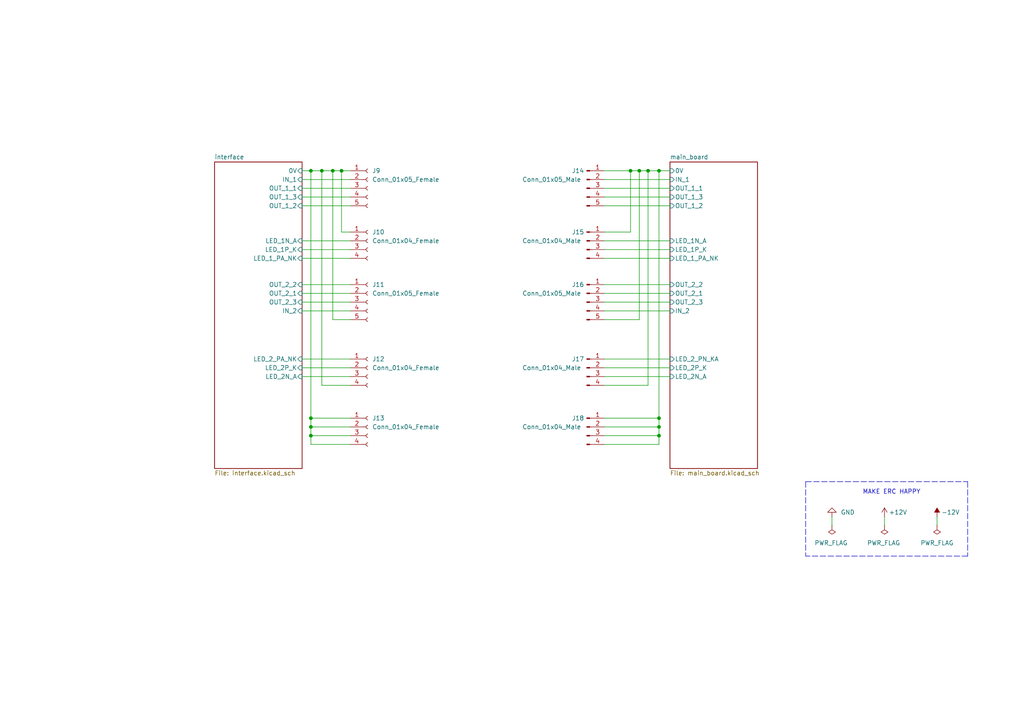
<source format=kicad_sch>
(kicad_sch (version 20211123) (generator eeschema)
  (paper "A4")
  (title_block (title "4201 Multiples") (company "Butch Warns"))
  (lib_symbols
    (symbol "4ms_Power-symbol:PWR_FLAG" (power) (pin_numbers hide) (pin_names (offset 0) hide)
      (property "Value" "PWR_FLAG" (at 0 3.81 0))
      (symbol "PWR_FLAG_0_0"
        (pin power_out line (at 0 0 90) (length 0) (name "pwr") (number "1"))
      )
      (symbol "PWR_FLAG_0_1"
        (polyline (pts (xy 0 0) (xy 0 1.27) (xy -1.016 1.905) (xy 0 2.54) (xy 1.016 1.905) (xy 0 1.27)))
      )
    )
    (symbol "Connector:Conn_01x04_Female" (pin_names (offset 1.016) hide)
      (property "Reference" "J" (at 0 5.08 0))
      (property "Value" "Conn_01x04_Female" (at 0 -7.62 0))
      (symbol "Conn_01x04_Female_1_1"
        (arc (start 0 -4.572) (mid -0.508 -5.08) (end 0 -5.588) (stroke (width 0.1524)))
        (arc (start 0 -2.032) (mid -0.508 -2.54) (end 0 -3.048) (stroke (width 0.1524)))
        (polyline (pts (xy -1.27 -5.08) (xy -0.508 -5.08)) (stroke (width 0.1524)))
        (polyline (pts (xy -1.27 -2.54) (xy -0.508 -2.54)) (stroke (width 0.1524)))
        (polyline (pts (xy -1.27 0) (xy -0.508 0)) (stroke (width 0.1524)))
        (polyline (pts (xy -1.27 2.54) (xy -0.508 2.54)) (stroke (width 0.1524)))
        (arc (start 0 0.508) (mid -0.508 0) (end 0 -0.508) (stroke (width 0.1524)))
        (arc (start 0 3.048) (mid -0.508 2.54) (end 0 2.032) (stroke (width 0.1524)))
        (pin passive line (at -5.08 2.54 0) (length 3.81) (name "Pin_1") (number "1"))
        (pin passive line (at -5.08 0 0) (length 3.81) (name "Pin_2") (number "2"))
        (pin passive line (at -5.08 -2.54 0) (length 3.81) (name "Pin_3") (number "3"))
        (pin passive line (at -5.08 -5.08 0) (length 3.81) (name "Pin_4") (number "4"))
      )
    )
    (symbol "Connector:Conn_01x04_Male" (pin_names (offset 1.016) hide)
      (property "Reference" "J" (at 0 5.08 0))
      (property "Value" "Conn_01x04_Male" (at 0 -7.62 0))
      (symbol "Conn_01x04_Male_1_1"
        (polyline (pts (xy 1.27 -5.08) (xy 0.8636 -5.08)) (stroke (width 0.1524)))
        (polyline (pts (xy 1.27 -2.54) (xy 0.8636 -2.54)) (stroke (width 0.1524)))
        (polyline (pts (xy 1.27 0) (xy 0.8636 0)) (stroke (width 0.1524)))
        (polyline (pts (xy 1.27 2.54) (xy 0.8636 2.54)) (stroke (width 0.1524)))
        (rectangle (start 0.8636 -4.953) (end 0 -5.207) (stroke (width 0.1524)) (fill (type outline)))
        (rectangle (start 0.8636 -2.413) (end 0 -2.667) (stroke (width 0.1524)) (fill (type outline)))
        (rectangle (start 0.8636 0.127) (end 0 -0.127) (stroke (width 0.1524)) (fill (type outline)))
        (rectangle (start 0.8636 2.667) (end 0 2.413) (stroke (width 0.1524)) (fill (type outline)))
        (pin passive line (at 5.08 2.54 180) (length 3.81) (name "Pin_1") (number "1"))
        (pin passive line (at 5.08 0 180) (length 3.81) (name "Pin_2") (number "2"))
        (pin passive line (at 5.08 -2.54 180) (length 3.81) (name "Pin_3") (number "3"))
        (pin passive line (at 5.08 -5.08 180) (length 3.81) (name "Pin_4") (number "4"))
      )
    )
    (symbol "Connector:Conn_01x05_Female" (pin_names (offset 1.016) hide)
      (property "Reference" "J" (at 0 7.62 0))
      (property "Value" "Conn_01x05_Female" (at 0 -7.62 0))
      (symbol "Conn_01x05_Female_1_1"
        (arc (start 0 -4.572) (mid -0.508 -5.08) (end 0 -5.588) (stroke (width 0.1524)))
        (arc (start 0 -2.032) (mid -0.508 -2.54) (end 0 -3.048) (stroke (width 0.1524)))
        (polyline (pts (xy -1.27 -5.08) (xy -0.508 -5.08)) (stroke (width 0.1524)))
        (polyline (pts (xy -1.27 -2.54) (xy -0.508 -2.54)) (stroke (width 0.1524)))
        (polyline (pts (xy -1.27 0) (xy -0.508 0)) (stroke (width 0.1524)))
        (polyline (pts (xy -1.27 2.54) (xy -0.508 2.54)) (stroke (width 0.1524)))
        (polyline (pts (xy -1.27 5.08) (xy -0.508 5.08)) (stroke (width 0.1524)))
        (arc (start 0 0.508) (mid -0.508 0) (end 0 -0.508) (stroke (width 0.1524)))
        (arc (start 0 3.048) (mid -0.508 2.54) (end 0 2.032) (stroke (width 0.1524)))
        (arc (start 0 5.588) (mid -0.508 5.08) (end 0 4.572) (stroke (width 0.1524)))
        (pin passive line (at -5.08 5.08 0) (length 3.81) (name "Pin_1") (number "1"))
        (pin passive line (at -5.08 2.54 0) (length 3.81) (name "Pin_2") (number "2"))
        (pin passive line (at -5.08 0 0) (length 3.81) (name "Pin_3") (number "3"))
        (pin passive line (at -5.08 -2.54 0) (length 3.81) (name "Pin_4") (number "4"))
        (pin passive line (at -5.08 -5.08 0) (length 3.81) (name "Pin_5") (number "5"))
      )
    )
    (symbol "Connector:Conn_01x05_Male" (pin_names (offset 1.016) hide)
      (property "Reference" "J" (at 0 7.62 0))
      (property "Value" "Conn_01x05_Male" (at 0 -7.62 0))
      (symbol "Conn_01x05_Male_1_1"
        (polyline (pts (xy 1.27 -5.08) (xy 0.8636 -5.08)) (stroke (width 0.1524)))
        (polyline (pts (xy 1.27 -2.54) (xy 0.8636 -2.54)) (stroke (width 0.1524)))
        (polyline (pts (xy 1.27 0) (xy 0.8636 0)) (stroke (width 0.1524)))
        (polyline (pts (xy 1.27 2.54) (xy 0.8636 2.54)) (stroke (width 0.1524)))
        (polyline (pts (xy 1.27 5.08) (xy 0.8636 5.08)) (stroke (width 0.1524)))
        (rectangle (start 0.8636 -4.953) (end 0 -5.207) (stroke (width 0.1524)) (fill (type outline)))
        (rectangle (start 0.8636 -2.413) (end 0 -2.667) (stroke (width 0.1524)) (fill (type outline)))
        (rectangle (start 0.8636 0.127) (end 0 -0.127) (stroke (width 0.1524)) (fill (type outline)))
        (rectangle (start 0.8636 2.667) (end 0 2.413) (stroke (width 0.1524)) (fill (type outline)))
        (rectangle (start 0.8636 5.207) (end 0 4.953) (stroke (width 0.1524)) (fill (type outline)))
        (pin passive line (at 5.08 5.08 180) (length 3.81) (name "Pin_1") (number "1"))
        (pin passive line (at 5.08 2.54 180) (length 3.81) (name "Pin_2") (number "2"))
        (pin passive line (at 5.08 0 180) (length 3.81) (name "Pin_3") (number "3"))
        (pin passive line (at 5.08 -2.54 180) (length 3.81) (name "Pin_4") (number "4"))
        (pin passive line (at 5.08 -5.08 180) (length 3.81) (name "Pin_5") (number "5"))
      )
    )
    (symbol "power:+12V" (power) (pin_names (offset 0))
      (property "Value" "+12V" (at 0 3.556 0))
      (symbol "+12V_0_1"
        (polyline (pts (xy -0.762 1.27) (xy 0 2.54)))
        (polyline (pts (xy 0 0) (xy 0 2.54)))
        (polyline (pts (xy 0 2.54) (xy 0.762 1.27)))
      )
      (symbol "+12V_1_1"
        (pin power_in line (at 0 0 90) (length 0) hide (name "+12V") (number "1"))
      )
    )
    (symbol "power:-12V" (power) (pin_names (offset 0))
      (property "Value" "-12V" (at 0 3.81 0))
      (symbol "-12V_0_0"
        (pin power_in line (at 0 0 90) (length 0) hide (name "-12V") (number "1"))
      )
      (symbol "-12V_0_1"
        (polyline (pts (xy 0 0) (xy 0 1.27) (xy 0.762 1.27) (xy 0 2.54) (xy -0.762 1.27) (xy 0 1.27)) (fill (type outline)))
      )
    )
    (symbol "power:GND" (power) (pin_names (offset 0))
      (property "Value" "GND" (at 0 -3.81 0))
      (symbol "GND_0_1"
        (polyline (pts (xy 0 0) (xy 0 -1.27) (xy 1.27 -1.27) (xy 0 -2.54) (xy -1.27 -1.27) (xy 0 -1.27)))
      )
      (symbol "GND_1_1"
        (pin power_in line (at 0 0 270) (length 0) hide (name "GND") (number "1"))
      )
    )
  )
  (junction (at 96.52 49.53))
  (junction (at 191.135 121.285))
  (junction (at 187.96 49.53))
  (junction (at 191.135 123.825))
  (junction (at 90.17 121.285))
  (junction (at 191.135 126.365))
  (junction (at 182.88 49.53))
  (junction (at 99.06 49.53))
  (junction (at 191.135 49.53))
  (junction (at 185.42 49.53))
  (junction (at 90.17 126.365))
  (junction (at 93.345 49.53))
  (junction (at 90.17 49.53))
  (junction (at 90.17 123.825))
  (wire (pts (xy 191.135 121.285) (xy 191.135 123.825)))
  (wire (pts (xy 182.88 49.53) (xy 182.88 67.31)))
  (polyline (pts (xy 280.67 139.7) (xy 280.67 161.29)))
  (wire (pts (xy 87.63 85.09) (xy 101.6 85.09)))
  (wire (pts (xy 175.26 54.61) (xy 194.31 54.61)))
  (wire (pts (xy 175.26 82.55) (xy 194.31 82.55)))
  (wire (pts (xy 175.26 104.14) (xy 194.31 104.14)))
  (wire (pts (xy 175.26 69.85) (xy 194.31 69.85)))
  (wire (pts (xy 87.63 106.68) (xy 101.6 106.68)))
  (wire (pts (xy 175.26 90.17) (xy 194.31 90.17)))
  (wire (pts (xy 87.63 82.55) (xy 101.6 82.55)))
  (wire (pts (xy 175.26 128.905) (xy 191.135 128.905)))
  (wire (pts (xy 90.17 49.53) (xy 90.17 121.285)))
  (wire (pts (xy 175.26 111.76) (xy 187.96 111.76)))
  (wire (pts (xy 101.6 123.825) (xy 90.17 123.825)))
  (wire (pts (xy 99.06 49.53) (xy 101.6 49.53)))
  (wire (pts (xy 101.6 67.31) (xy 99.06 67.31)))
  (wire (pts (xy 90.17 128.905) (xy 90.17 126.365)))
  (wire (pts (xy 87.63 59.69) (xy 101.6 59.69)))
  (wire (pts (xy 87.63 109.22) (xy 101.6 109.22)))
  (wire (pts (xy 96.52 49.53) (xy 99.06 49.53)))
  (polyline (pts (xy 233.68 139.7) (xy 280.67 139.7)))
  (wire (pts (xy 96.52 92.71) (xy 101.6 92.71)))
  (wire (pts (xy 87.63 49.53) (xy 90.17 49.53)))
  (wire (pts (xy 187.96 49.53) (xy 187.96 111.76)))
  (wire (pts (xy 182.88 49.53) (xy 185.42 49.53)))
  (wire (pts (xy 175.26 72.39) (xy 194.31 72.39)))
  (wire (pts (xy 90.17 49.53) (xy 93.345 49.53)))
  (wire (pts (xy 87.63 74.93) (xy 101.6 74.93)))
  (wire (pts (xy 175.26 109.22) (xy 194.31 109.22)))
  (wire (pts (xy 87.63 72.39) (xy 101.6 72.39)))
  (wire (pts (xy 87.63 52.07) (xy 101.6 52.07)))
  (wire (pts (xy 191.135 49.53) (xy 194.31 49.53)))
  (wire (pts (xy 175.26 123.825) (xy 191.135 123.825)))
  (wire (pts (xy 87.63 57.15) (xy 101.6 57.15)))
  (wire (pts (xy 185.42 49.53) (xy 187.96 49.53)))
  (wire (pts (xy 191.135 123.825) (xy 191.135 126.365)))
  (wire (pts (xy 175.26 85.09) (xy 194.31 85.09)))
  (wire (pts (xy 191.135 126.365) (xy 191.135 128.905)))
  (wire (pts (xy 256.54 149.86) (xy 256.54 152.4)))
  (wire (pts (xy 87.63 90.17) (xy 101.6 90.17)))
  (wire (pts (xy 191.135 121.285) (xy 175.26 121.285)))
  (wire (pts (xy 187.96 49.53) (xy 191.135 49.53)))
  (wire (pts (xy 101.6 126.365) (xy 90.17 126.365)))
  (wire (pts (xy 93.345 49.53) (xy 96.52 49.53)))
  (wire (pts (xy 175.26 52.07) (xy 194.31 52.07)))
  (wire (pts (xy 175.26 92.71) (xy 185.42 92.71)))
  (wire (pts (xy 90.17 126.365) (xy 90.17 123.825)))
  (wire (pts (xy 175.26 57.15) (xy 194.31 57.15)))
  (wire (pts (xy 93.345 111.76) (xy 101.6 111.76)))
  (wire (pts (xy 96.52 49.53) (xy 96.52 92.71)))
  (wire (pts (xy 175.26 49.53) (xy 182.88 49.53)))
  (wire (pts (xy 191.135 49.53) (xy 191.135 121.285)))
  (wire (pts (xy 241.3 149.86) (xy 241.3 152.4)))
  (wire (pts (xy 271.78 152.4) (xy 271.78 149.86)))
  (wire (pts (xy 90.17 121.285) (xy 101.6 121.285)))
  (polyline (pts (xy 280.67 161.29) (xy 233.68 161.29)))
  (wire (pts (xy 90.17 123.825) (xy 90.17 121.285)))
  (wire (pts (xy 175.26 59.69) (xy 194.31 59.69)))
  (wire (pts (xy 175.26 106.68) (xy 194.31 106.68)))
  (wire (pts (xy 182.88 67.31) (xy 175.26 67.31)))
  (wire (pts (xy 87.63 104.14) (xy 101.6 104.14)))
  (wire (pts (xy 87.63 54.61) (xy 101.6 54.61)))
  (polyline (pts (xy 233.68 139.7) (xy 233.68 161.29)))
  (wire (pts (xy 87.63 69.85) (xy 101.6 69.85)))
  (wire (pts (xy 87.63 87.63) (xy 101.6 87.63)))
  (wire (pts (xy 175.26 87.63) (xy 194.31 87.63)))
  (wire (pts (xy 93.345 49.53) (xy 93.345 111.76)))
  (wire (pts (xy 185.42 49.53) (xy 185.42 92.71)))
  (wire (pts (xy 99.06 67.31) (xy 99.06 49.53)))
  (wire (pts (xy 175.26 126.365) (xy 191.135 126.365)))
  (wire (pts (xy 175.26 74.93) (xy 194.31 74.93)))
  (wire (pts (xy 101.6 128.905) (xy 90.17 128.905)))
  (text "MAKE ERC HAPPY" (at 250.19 143.51 0) (effects (font (size 1.27 1.27)) (justify left bottom)))
  (symbol (lib_id "Connector:Conn_01x04_Female") (at 106.68 106.68 0) (unit 1)
    (property "Reference" "J12" (at 107.95 104.14 0) (effects (justify left)))
    (property "Value" "Conn_01x04_Female" (at 107.95 106.68 0) (effects (justify left)))
    (property "Footprint" "Connector_PinSocket_2.54mm:PinSocket_1x04_P2.54mm_Vertical" (effects hide))
  )
  (symbol (lib_id "power:-12V") (at 271.78 149.86 0) (unit 1)
    (property "Reference" "#PWR0101" (effects hide))
    (property "Value" "-12V" (at 273.05 148.59 0) (effects (justify left)))
  )
  (symbol (lib_id "4ms_Power-symbol:PWR_FLAG") (at 256.54 152.4 180) (unit 1)
    (property "Reference" "#FLG0101" (effects hide))
    (property "Value" "PWR_FLAG" (at 251.46 157.48 0) (effects (justify right)))
  )
  (symbol (lib_id "Connector:Conn_01x05_Male") (at 170.18 54.61 0) (unit 1)
    (property "Reference" "J14" (at 167.64 49.53 0))
    (property "Value" "Conn_01x05_Male" (at 160.02 52.07 0))
    (property "Footprint" "Connector_PinHeader_2.54mm:PinHeader_1x05_P2.54mm_Vertical" (effects hide))
  )
  (symbol (lib_id "Connector:Conn_01x04_Female") (at 106.68 123.825 0) (unit 1)
    (property "Reference" "J13" (at 107.95 121.285 0) (effects (justify left)))
    (property "Value" "Conn_01x04_Female" (at 107.95 123.825 0) (effects (justify left)))
    (property "Footprint" "Connector_PinSocket_2.54mm:PinSocket_1x04_P2.54mm_Vertical" (effects hide))
  )
  (symbol (lib_id "Connector:Conn_01x05_Female") (at 106.68 87.63 0) (unit 1)
    (property "Reference" "J11" (at 107.95 82.55 0) (effects (justify left)))
    (property "Value" "Conn_01x05_Female" (at 107.95 85.09 0) (effects (justify left)))
    (property "Footprint" "Connector_PinSocket_2.54mm:PinSocket_1x05_P2.54mm_Vertical" (effects hide))
  )
  (symbol (lib_id "Connector:Conn_01x04_Female") (at 106.68 69.85 0) (unit 1)
    (property "Reference" "J10" (at 107.95 67.31 0) (effects (justify left)))
    (property "Value" "Conn_01x04_Female" (at 107.95 69.85 0) (effects (justify left)))
    (property "Footprint" "Connector_PinSocket_2.54mm:PinSocket_1x04_P2.54mm_Vertical" (effects hide))
  )
  (symbol (lib_id "Connector:Conn_01x04_Male") (at 170.18 69.85 0) (unit 1)
    (property "Reference" "J15" (at 167.64 67.31 0))
    (property "Value" "Conn_01x04_Male" (at 160.02 69.85 0))
    (property "Footprint" "Connector_PinHeader_2.54mm:PinHeader_1x04_P2.54mm_Vertical" (effects hide))
  )
  (symbol (lib_id "Connector:Conn_01x04_Male") (at 170.18 106.68 0) (unit 1)
    (property "Reference" "J17" (at 167.64 104.14 0))
    (property "Value" "Conn_01x04_Male" (at 160.02 106.68 0))
    (property "Footprint" "Connector_PinHeader_2.54mm:PinHeader_1x04_P2.54mm_Vertical" (effects hide))
  )
  (symbol (lib_id "4ms_Power-symbol:PWR_FLAG") (at 271.78 152.4 180) (unit 1)
    (property "Reference" "#FLG0102" (effects hide))
    (property "Value" "PWR_FLAG" (at 271.78 157.48 0))
  )
  (symbol (lib_id "Connector:Conn_01x05_Male") (at 170.18 87.63 0) (unit 1)
    (property "Reference" "J16" (at 167.64 82.55 0))
    (property "Value" "Conn_01x05_Male" (at 160.02 85.09 0))
    (property "Footprint" "Connector_PinHeader_2.54mm:PinHeader_1x05_P2.54mm_Vertical" (effects hide))
  )
  (symbol (lib_id "Connector:Conn_01x04_Male") (at 170.18 123.825 0) (unit 1)
    (property "Reference" "J18" (at 167.64 121.285 0))
    (property "Value" "Conn_01x04_Male" (at 160.02 123.825 0))
    (property "Footprint" "Connector_PinHeader_2.54mm:PinHeader_1x04_P2.54mm_Vertical" (effects hide))
  )
  (symbol (lib_id "power:GND") (at 241.3 149.86 180) (unit 1)
    (property "Reference" "#PWR0103" (effects hide))
    (property "Value" "GND" (at 243.84 148.59 0) (effects (justify right)))
  )
  (symbol (lib_id "Connector:Conn_01x05_Female") (at 106.68 54.61 0) (unit 1)
    (property "Reference" "J9" (at 107.95 49.53 0) (effects (justify left)))
    (property "Value" "Conn_01x05_Female" (at 107.95 52.07 0) (effects (justify left)))
    (property "Footprint" "Connector_PinSocket_2.54mm:PinSocket_1x05_P2.54mm_Vertical" (effects hide))
  )
  (symbol (lib_id "power:+12V") (at 256.54 149.86 0) (unit 1)
    (property "Reference" "#PWR0102" (effects hide))
    (property "Value" "+12V" (at 257.81 148.59 0) (effects (justify left)))
  )
  (symbol (lib_id "4ms_Power-symbol:PWR_FLAG") (at 241.3 152.4 180) (unit 1)
    (property "Reference" "#FLG0103" (effects hide))
    (property "Value" "PWR_FLAG" (at 236.22 157.48 0) (effects (justify right)))
  )
  (sheet (at 194.31 46.99) (size 25.4 88.9) (stroke (width 0.1524))
    (property "Sheet name" "main_board" (at 194.31 46.2784 0) (effects (justify left bottom)))
    (property "Sheet file" "main_board.kicad_sch" (at 194.31 136.4746 0) (effects (justify left top)))
    (pin "OUT_1_1" input (at 194.31 54.61 180))
    (pin "OUT_1_2" input (at 194.31 59.69 180))
    (pin "OUT_1_3" input (at 194.31 57.15 180))
    (pin "IN_1" input (at 194.31 52.07 180))
    (pin "OUT_2_3" input (at 194.31 87.63 180))
    (pin "OUT_2_2" input (at 194.31 82.55 180))
    (pin "OUT_2_1" input (at 194.31 85.09 180))
    (pin "IN_2" input (at 194.31 90.17 180))
    (pin "0V" input (at 194.31 49.53 180))
    (pin "LED_1P_K" input (at 194.31 72.39 180))
    (pin "LED_2_PN_KA" input (at 194.31 104.14 180))
    (pin "LED_2N_A" input (at 194.31 109.22 180))
    (pin "LED_2P_K" input (at 194.31 106.68 180))
    (pin "LED_1_PA_NK" input (at 194.31 74.93 180))
    (pin "LED_1N_A" input (at 194.31 69.85 180))
  )
  (sheet (at 62.23 46.99) (size 25.4 88.9) (stroke (width 0.1524))
    (property "Sheet name" "interface" (at 62.23 46.2784 0) (effects (justify left bottom)))
    (property "Sheet file" "interface.kicad_sch" (at 62.23 136.4746 0) (effects (justify left top)))
    (pin "OUT_2_3" input (at 87.63 87.63 0))
    (pin "OUT_1_1" input (at 87.63 54.61 0))
    (pin "OUT_1_2" input (at 87.63 59.69 0))
    (pin "OUT_1_3" input (at 87.63 57.15 0))
    (pin "OUT_2_2" input (at 87.63 82.55 0))
    (pin "OUT_2_1" input (at 87.63 85.09 0))
    (pin "IN_2" input (at 87.63 90.17 0))
    (pin "IN_1" input (at 87.63 52.07 0))
    (pin "0V" input (at 87.63 49.53 0))
    (pin "LED_2_PA_NK" input (at 87.63 104.14 0))
    (pin "LED_2N_A" input (at 87.63 109.22 0))
    (pin "LED_1N_A" input (at 87.63 69.85 0))
    (pin "LED_1_PA_NK" input (at 87.63 74.93 0))
    (pin "LED_2P_K" input (at 87.63 106.68 0))
    (pin "LED_1P_K" input (at 87.63 72.39 0))
  )
)
</source>
